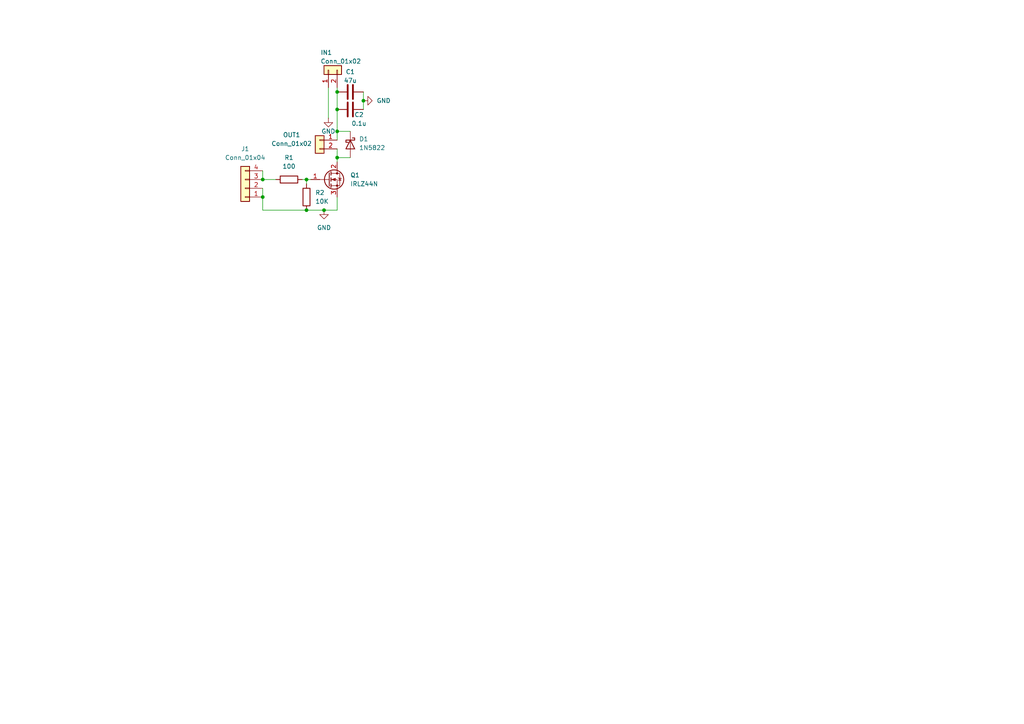
<source format=kicad_sch>
(kicad_sch (version 20250114) (generator "eeschema") (generator_version "9.0")
  (paper "A4")
  (lib_symbols
    (symbol "Connector_Generic:Conn_01x02" (pin_names (offset 1.016) (hide yes))
      (property "Reference" "J" (at 0 2.54 0))
      (property "Value" "Conn_01x02" (at 0 -5.08 0))
      (symbol "Conn_01x02_1_1"
        (rectangle (start -1.27 1.27) (end 1.27 -3.81) (stroke (width 0.254)) (fill (type background)))
        (rectangle (start -1.27 0.127) (end 0 -0.127) (stroke (width 0.1524)))
        (rectangle (start -1.27 -2.413) (end 0 -2.667) (stroke (width 0.1524)))
        (pin passive line (at -5.08 0 0) (length 3.81) (name "Pin_1") (number "1"))
        (pin passive line (at -5.08 -2.54 0) (length 3.81) (name "Pin_2") (number "2"))
      )
    )
    (symbol "Connector_Generic:Conn_01x04" (pin_names (offset 1.016) (hide yes))
      (property "Reference" "J" (at 0 5.08 0))
      (property "Value" "Conn_01x04" (at 0 -7.62 0))
      (symbol "Conn_01x04_1_1"
        (rectangle (start -1.27 3.81) (end 1.27 -6.35) (stroke (width 0.254)) (fill (type background)))
        (rectangle (start -1.27 2.667) (end 0 2.413) (stroke (width 0.1524)))
        (rectangle (start -1.27 0.127) (end 0 -0.127) (stroke (width 0.1524)))
        (rectangle (start -1.27 -2.413) (end 0 -2.667) (stroke (width 0.1524)))
        (rectangle (start -1.27 -4.953) (end 0 -5.207) (stroke (width 0.1524)))
        (pin passive line (at -5.08 2.54 0) (length 3.81) (name "Pin_1") (number "1"))
        (pin passive line (at -5.08 0 0) (length 3.81) (name "Pin_2") (number "2"))
        (pin passive line (at -5.08 -2.54 0) (length 3.81) (name "Pin_3") (number "3"))
        (pin passive line (at -5.08 -5.08 0) (length 3.81) (name "Pin_4") (number "4"))
      )
    )
    (symbol "Device:C" (pin_numbers (hide yes)) (pin_names (offset 0.254))
      (property "Reference" "C" (at 0.635 2.54 0))
      (property "Value" "C" (at 0.635 -2.54 0))
      (symbol "C_0_1"
        (polyline (pts (xy -2.032 0.762) (xy 2.032 0.762)) (stroke (width 0.508)))
        (polyline (pts (xy -2.032 -0.762) (xy 2.032 -0.762)) (stroke (width 0.508)))
      )
      (symbol "C_1_1"
        (pin passive line (at 0 3.81 270) (length 2.794) (name "~") (number "1"))
        (pin passive line (at 0 -3.81 90) (length 2.794) (name "~") (number "2"))
      )
    )
    (symbol "Device:R" (pin_numbers (hide yes)) (pin_names (offset 0))
      (property "Reference" "R" (at 2.032 0 90))
      (property "Value" "R" (at 0 0 90))
      (symbol "R_0_1"
        (rectangle (start -1.016 -2.54) (end 1.016 2.54) (stroke (width 0.254)))
      )
      (symbol "R_1_1"
        (pin passive line (at 0 3.81 270) (length 1.27) (name "~") (number "1"))
        (pin passive line (at 0 -3.81 90) (length 1.27) (name "~") (number "2"))
      )
    )
    (symbol "Diode:1N5822" (pin_numbers (hide yes)) (pin_names (offset 1.016) (hide yes))
      (property "Reference" "D" (at 0 2.54 0))
      (property "Value" "1N5822" (at 0 -2.54 0))
      (symbol "1N5822_0_1"
        (polyline (pts (xy -1.905 0.635) (xy -1.905 1.27) (xy -1.27 1.27) (xy -1.27 -1.27) (xy -0.635 -1.27) (xy -0.635 -0.635)) (stroke (width 0.254)))
        (polyline (pts (xy 1.27 1.27) (xy 1.27 -1.27) (xy -1.27 0) (xy 1.27 1.27)) (stroke (width 0.254)))
        (polyline (pts (xy 1.27 0) (xy -1.27 0)))
      )
      (symbol "1N5822_1_1"
        (pin passive line (at -3.81 0 0) (length 2.54) (name "K") (number "1"))
        (pin passive line (at 3.81 0 180) (length 2.54) (name "A") (number "2"))
      )
    )
    (symbol "Transistor_FET:IRLZ44N" (pin_names (hide yes))
      (property "Reference" "Q" (at 5.08 1.905 0))
      (property "Value" "IRLZ44N" (at 5.08 0 0))
      (symbol "IRLZ44N_0_1"
        (polyline (pts (xy 0.254 1.905) (xy 0.254 -1.905)) (stroke (width 0.254)))
        (polyline (pts (xy 0.254 0) (xy -2.54 0)))
        (polyline (pts (xy 0.762 2.286) (xy 0.762 1.27)) (stroke (width 0.254)))
        (polyline (pts (xy 0.762 0.508) (xy 0.762 -0.508)) (stroke (width 0.254)))
        (polyline (pts (xy 0.762 -1.27) (xy 0.762 -2.286)) (stroke (width 0.254)))
        (polyline (pts (xy 0.762 -1.778) (xy 3.302 -1.778) (xy 3.302 1.778) (xy 0.762 1.778)))
        (polyline (pts (xy 1.016 0) (xy 2.032 0.381) (xy 2.032 -0.381) (xy 1.016 0)) (fill (type outline)))
        (circle (center 1.651 0) (radius 2.794) (stroke (width 0.254)))
        (polyline (pts (xy 2.54 2.54) (xy 2.54 1.778)))
        (circle (center 2.54 1.778) (radius 0.254) (fill (type outline)))
        (circle (center 2.54 -1.778) (radius 0.254) (fill (type outline)))
        (polyline (pts (xy 2.54 -2.54) (xy 2.54 0) (xy 0.762 0)))
        (polyline (pts (xy 2.794 0.508) (xy 2.921 0.381) (xy 3.683 0.381) (xy 3.81 0.254)))
        (polyline (pts (xy 3.302 0.381) (xy 2.921 -0.254) (xy 3.683 -0.254) (xy 3.302 0.381)))
      )
      (symbol "IRLZ44N_1_1"
        (pin input line (at -5.08 0 0) (length 2.54) (name "G") (number "1"))
        (pin passive line (at 2.54 5.08 270) (length 2.54) (name "D") (number "2"))
        (pin passive line (at 2.54 -5.08 90) (length 2.54) (name "S") (number "3"))
      )
    )
    (symbol "power:GND" (power) (pin_numbers (hide yes)) (pin_names (offset 0) (hide yes))
      (property "Value" "GND" (at 0 -3.81 0))
      (symbol "GND_0_1"
        (polyline (pts (xy 0 0) (xy 0 -1.27) (xy 1.27 -1.27) (xy 0 -2.54) (xy -1.27 -1.27) (xy 0 -1.27)))
      )
      (symbol "GND_1_1"
        (pin power_in line (at 0 0 270) (length 0) (name "~") (number "1"))
      )
    )
  )
  (junction (at 97.79 38.1))
  (junction (at 93.98 60.96))
  (junction (at 88.9 60.96))
  (junction (at 105.41 29.21))
  (junction (at 97.79 26.67))
  (junction (at 97.79 45.72))
  (junction (at 97.79 31.75))
  (junction (at 88.9 52.07))
  (junction (at 76.2 52.07))
  (junction (at 76.2 57.15))
  (wire (pts (xy 88.9 52.07) (xy 90.17 52.07)))
  (wire (pts (xy 76.2 60.96) (xy 88.9 60.96)))
  (wire (pts (xy 76.2 49.53) (xy 76.2 52.07)))
  (wire (pts (xy 93.98 60.96) (xy 88.9 60.96)))
  (wire (pts (xy 97.79 45.72) (xy 101.6 45.72)))
  (wire (pts (xy 97.79 26.67) (xy 97.79 31.75)))
  (wire (pts (xy 76.2 52.07) (xy 80.01 52.07)))
  (wire (pts (xy 87.63 52.07) (xy 88.9 52.07)))
  (wire (pts (xy 97.79 38.1) (xy 97.79 40.64)))
  (wire (pts (xy 97.79 43.18) (xy 97.79 45.72)))
  (wire (pts (xy 105.41 26.67) (xy 105.41 29.21)))
  (wire (pts (xy 97.79 45.72) (xy 97.79 46.99)))
  (wire (pts (xy 88.9 52.07) (xy 88.9 53.34)))
  (wire (pts (xy 76.2 57.15) (xy 76.2 60.96)))
  (wire (pts (xy 95.25 34.29) (xy 95.25 25.4)))
  (wire (pts (xy 97.79 38.1) (xy 101.6 38.1)))
  (wire (pts (xy 97.79 60.96) (xy 93.98 60.96)))
  (wire (pts (xy 105.41 29.21) (xy 105.41 31.75)))
  (wire (pts (xy 97.79 57.15) (xy 97.79 60.96)))
  (wire (pts (xy 97.79 31.75) (xy 97.79 38.1)))
  (wire (pts (xy 76.2 54.61) (xy 76.2 57.15)))
  (wire (pts (xy 97.79 25.4) (xy 97.79 26.67)))
  (symbol (lib_id "Connector_Generic:Conn_01x04") (at 71.12 54.61 180) (unit 1)
    (property "Reference" "J1" (at 71.12 43.18 0))
    (property "Value" "Conn_01x04" (at 71.12 45.72 0))
    (property "Footprint" "Connector_PinHeader_2.54mm:PinHeader_1x04_P2.54mm_Vertical" (effects (hide yes)))
    (property "Description" "Generic connector, single row, 01x04, script generated (kicad-library-utils/schlib/autogen/connector/)" (effects (hide yes)))
  )
  (symbol (lib_id "Device:R") (at 88.9 57.15 180) (unit 1)
    (property "Reference" "R2" (at 91.44 55.8799 0) (effects (justify right)))
    (property "Value" "10K" (at 91.44 58.4199 0) (effects (justify right)))
    (property "Footprint" "Resistor_SMD:R_0603_1608Metric_Pad0.98x0.95mm_HandSolder" (effects (hide yes)))
    (property "Description" "Resistor" (effects (hide yes)))
  )
  (symbol (lib_id "Connector_Generic:Conn_01x02") (at 95.25 20.32 90) (unit 1)
    (property "Reference" "IN1" (at 92.964 15.24 90) (effects (justify right)))
    (property "Value" "Conn_01x02" (at 92.964 17.78 90) (effects (justify right)))
    (property "Footprint" "Connector_JST:JST_XH_B2B-XH-A_1x02_P2.50mm_Vertical" (effects (hide yes)))
    (property "Description" "Generic connector, single row, 01x02, script generated (kicad-library-utils/schlib/autogen/connector/)" (effects (hide yes)))
  )
  (symbol (lib_id "Device:C") (at 101.6 26.67 90) (unit 1)
    (property "Reference" "C1" (at 101.6 20.828 90))
    (property "Value" "47u" (at 101.6 23.368 90))
    (property "Footprint" "Capacitor_THT:C_Radial_D6.3mm_H11.0mm_P2.50mm" (effects (hide yes)))
    (property "Description" "Unpolarized capacitor" (effects (hide yes)))
  )
  (symbol (lib_id "Transistor_FET:IRLZ44N") (at 95.25 52.07 0) (unit 1)
    (property "Reference" "Q1" (at 101.6 50.7999 0) (effects (justify left)))
    (property "Value" "IRLZ44N" (at 101.6 53.3399 0) (effects (justify left)))
    (property "Footprint" "Package_TO_SOT_THT:TO-220-3_Vertical" (effects (hide yes)))
    (property "Datasheet" "http://www.irf.com/product-info/datasheets/data/irlz44n.pdf" (effects (hide yes)))
    (property "Description" "47A Id, 55V Vds, 22mOhm Rds Single N-Channel HEXFET Power MOSFET, TO-220AB" (effects (hide yes)))
  )
  (symbol (lib_id "Device:R") (at 83.82 52.07 90) (unit 1)
    (property "Reference" "R1" (at 83.82 45.72 90))
    (property "Value" "100" (at 83.82 48.26 90))
    (property "Footprint" "Resistor_SMD:R_0603_1608Metric_Pad0.98x0.95mm_HandSolder" (effects (hide yes)))
    (property "Description" "Resistor" (effects (hide yes)))
  )
  (symbol (lib_id "power:GND") (at 95.25 34.29 0) (unit 1)
    (property "Reference" "#PWR01" (effects (hide yes)))
    (property "Value" "GND" (at 95.25 38.1 0))
    (property "Description" "Power symbol creates a global label with name \"GND\" , ground" (effects (hide yes)))
  )
  (symbol (lib_id "power:GND") (at 105.41 29.21 90) (unit 1)
    (property "Reference" "#PWR03" (effects (hide yes)))
    (property "Value" "GND" (at 109.22 29.2099 90) (effects (justify right)))
    (property "Description" "Power symbol creates a global label with name \"GND\" , ground" (effects (hide yes)))
  )
  (symbol (lib_id "Device:C") (at 101.6 31.75 90) (unit 1)
    (property "Reference" "C2" (at 104.14 33.274 90))
    (property "Value" "0.1u" (at 104.14 35.814 90))
    (property "Footprint" "Capacitor_SMD:C_0603_1608Metric_Pad1.08x0.95mm_HandSolder" (effects (hide yes)))
    (property "Description" "Unpolarized capacitor" (effects (hide yes)))
  )
  (symbol (lib_id "Diode:1N5822") (at 101.6 41.91 270) (unit 1)
    (property "Reference" "D1" (at 104.14 40.3224 90) (effects (justify left)))
    (property "Value" "1N5822" (at 104.14 42.8624 90) (effects (justify left)))
    (property "Footprint" "Diode_THT:D_DO-201AD_P15.24mm_Horizontal" (effects (hide yes)))
    (property "Datasheet" "http://www.vishay.com/docs/88526/1n5820.pdf" (effects (hide yes)))
    (property "Description" "40V 3A Schottky Barrier Rectifier Diode, DO-201AD" (effects (hide yes)))
  )
  (symbol (lib_id "power:GND") (at 93.98 60.96 0) (unit 1)
    (property "Reference" "#PWR02" (effects (hide yes)))
    (property "Value" "GND" (at 93.98 66.04 0))
    (property "Description" "Power symbol creates a global label with name \"GND\" , ground" (effects (hide yes)))
  )
  (symbol (lib_id "Connector_Generic:Conn_01x02") (at 92.71 40.64 0) (mirror y) (unit 1)
    (property "Reference" "OUT1" (at 84.582 39.116 0))
    (property "Value" "Conn_01x02" (at 84.582 41.656 0))
    (property "Footprint" "Connector_JST:JST_XH_B2B-XH-A_1x02_P2.50mm_Vertical" (effects (hide yes)))
    (property "Description" "Generic connector, single row, 01x02, script generated (kicad-library-utils/schlib/autogen/connector/)" (effects (hide yes)))
  )
)
</source>
